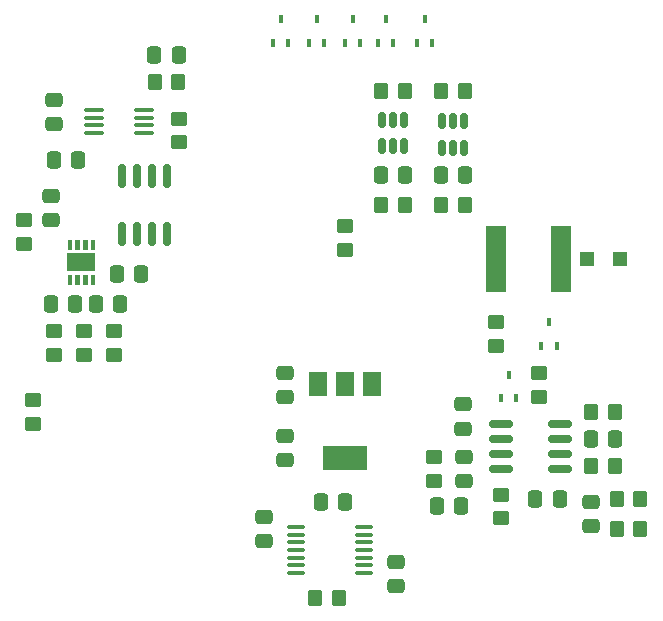
<source format=gtp>
G04 #@! TF.GenerationSoftware,KiCad,Pcbnew,(6.0.5)*
G04 #@! TF.CreationDate,2023-08-18T19:29:43-04:00*
G04 #@! TF.ProjectId,Ki_PCB,4b695f50-4342-42e6-9b69-6361645f7063,rev?*
G04 #@! TF.SameCoordinates,Original*
G04 #@! TF.FileFunction,Paste,Top*
G04 #@! TF.FilePolarity,Positive*
%FSLAX46Y46*%
G04 Gerber Fmt 4.6, Leading zero omitted, Abs format (unit mm)*
G04 Created by KiCad (PCBNEW (6.0.5)) date 2023-08-18 19:29:43*
%MOMM*%
%LPD*%
G01*
G04 APERTURE LIST*
G04 Aperture macros list*
%AMRoundRect*
0 Rectangle with rounded corners*
0 $1 Rounding radius*
0 $2 $3 $4 $5 $6 $7 $8 $9 X,Y pos of 4 corners*
0 Add a 4 corners polygon primitive as box body*
4,1,4,$2,$3,$4,$5,$6,$7,$8,$9,$2,$3,0*
0 Add four circle primitives for the rounded corners*
1,1,$1+$1,$2,$3*
1,1,$1+$1,$4,$5*
1,1,$1+$1,$6,$7*
1,1,$1+$1,$8,$9*
0 Add four rect primitives between the rounded corners*
20,1,$1+$1,$2,$3,$4,$5,0*
20,1,$1+$1,$4,$5,$6,$7,0*
20,1,$1+$1,$6,$7,$8,$9,0*
20,1,$1+$1,$8,$9,$2,$3,0*%
G04 Aperture macros list end*
%ADD10C,0.100000*%
%ADD11RoundRect,0.150000X-0.150000X0.825000X-0.150000X-0.825000X0.150000X-0.825000X0.150000X0.825000X0*%
%ADD12RoundRect,0.100000X0.712500X0.100000X-0.712500X0.100000X-0.712500X-0.100000X0.712500X-0.100000X0*%
%ADD13RoundRect,0.250000X0.337500X0.475000X-0.337500X0.475000X-0.337500X-0.475000X0.337500X-0.475000X0*%
%ADD14RoundRect,0.250000X-0.450000X0.350000X-0.450000X-0.350000X0.450000X-0.350000X0.450000X0.350000X0*%
%ADD15RoundRect,0.250000X0.450000X-0.350000X0.450000X0.350000X-0.450000X0.350000X-0.450000X-0.350000X0*%
%ADD16RoundRect,0.150000X-0.825000X-0.150000X0.825000X-0.150000X0.825000X0.150000X-0.825000X0.150000X0*%
%ADD17RoundRect,0.250000X0.475000X-0.337500X0.475000X0.337500X-0.475000X0.337500X-0.475000X-0.337500X0*%
%ADD18R,2.400000X1.650000*%
%ADD19RoundRect,0.250000X-0.350000X-0.450000X0.350000X-0.450000X0.350000X0.450000X-0.350000X0.450000X0*%
%ADD20RoundRect,0.250000X-0.475000X0.337500X-0.475000X-0.337500X0.475000X-0.337500X0.475000X0.337500X0*%
%ADD21R,0.450000X0.700000*%
%ADD22RoundRect,0.250000X-0.337500X-0.475000X0.337500X-0.475000X0.337500X0.475000X-0.337500X0.475000X0*%
%ADD23RoundRect,0.100000X-0.637500X-0.100000X0.637500X-0.100000X0.637500X0.100000X-0.637500X0.100000X0*%
%ADD24R,1.800000X5.700000*%
%ADD25RoundRect,0.250000X0.350000X0.450000X-0.350000X0.450000X-0.350000X-0.450000X0.350000X-0.450000X0*%
%ADD26R,1.200000X1.200000*%
%ADD27RoundRect,0.150000X-0.150000X0.512500X-0.150000X-0.512500X0.150000X-0.512500X0.150000X0.512500X0*%
%ADD28R,1.500000X2.000000*%
%ADD29R,3.800000X2.000000*%
G04 APERTURE END LIST*
G36*
X79535958Y-110669094D02*
G01*
X79235743Y-110669094D01*
X79235743Y-109868879D01*
X79535958Y-109868879D01*
X79535958Y-110669094D01*
G37*
D10*
X79535958Y-110669094D02*
X79235743Y-110669094D01*
X79235743Y-109868879D01*
X79535958Y-109868879D01*
X79535958Y-110669094D01*
G36*
X78235958Y-110669094D02*
G01*
X77935743Y-110669094D01*
X77935743Y-109868879D01*
X78235958Y-109868879D01*
X78235958Y-110669094D01*
G37*
X78235958Y-110669094D02*
X77935743Y-110669094D01*
X77935743Y-109868879D01*
X78235958Y-109868879D01*
X78235958Y-110669094D01*
G36*
X79535958Y-107719095D02*
G01*
X79235743Y-107719095D01*
X79235743Y-106918880D01*
X79535958Y-106918880D01*
X79535958Y-107719095D01*
G37*
X79535958Y-107719095D02*
X79235743Y-107719095D01*
X79235743Y-106918880D01*
X79535958Y-106918880D01*
X79535958Y-107719095D01*
G36*
X80185959Y-107719095D02*
G01*
X79885744Y-107719095D01*
X79885744Y-106918880D01*
X80185959Y-106918880D01*
X80185959Y-107719095D01*
G37*
X80185959Y-107719095D02*
X79885744Y-107719095D01*
X79885744Y-106918880D01*
X80185959Y-106918880D01*
X80185959Y-107719095D01*
G36*
X78885959Y-107719095D02*
G01*
X78585744Y-107719095D01*
X78585744Y-106918880D01*
X78885959Y-106918880D01*
X78885959Y-107719095D01*
G37*
X78885959Y-107719095D02*
X78585744Y-107719095D01*
X78585744Y-106918880D01*
X78885959Y-106918880D01*
X78885959Y-107719095D01*
G36*
X80185959Y-110669094D02*
G01*
X79885744Y-110669094D01*
X79885744Y-109868879D01*
X80185959Y-109868879D01*
X80185959Y-110669094D01*
G37*
X80185959Y-110669094D02*
X79885744Y-110669094D01*
X79885744Y-109868879D01*
X80185959Y-109868879D01*
X80185959Y-110669094D01*
G36*
X78235958Y-107719095D02*
G01*
X77935743Y-107719095D01*
X77935743Y-106918880D01*
X78235958Y-106918880D01*
X78235958Y-107719095D01*
G37*
X78235958Y-107719095D02*
X77935743Y-107719095D01*
X77935743Y-106918880D01*
X78235958Y-106918880D01*
X78235958Y-107719095D01*
G36*
X78885959Y-110669094D02*
G01*
X78585744Y-110669094D01*
X78585744Y-109868879D01*
X78885959Y-109868879D01*
X78885959Y-110669094D01*
G37*
X78885959Y-110669094D02*
X78585744Y-110669094D01*
X78585744Y-109868879D01*
X78885959Y-109868879D01*
X78885959Y-110669094D01*
D11*
X86299851Y-101492987D03*
X85029851Y-101492987D03*
X83759851Y-101492987D03*
X82489851Y-101492987D03*
X82489851Y-106442987D03*
X83759851Y-106442987D03*
X85029851Y-106442987D03*
X86299851Y-106442987D03*
D12*
X84354351Y-97872987D03*
X84354351Y-97222987D03*
X84354351Y-96572987D03*
X84354351Y-95922987D03*
X80129351Y-95922987D03*
X80129351Y-96572987D03*
X80129351Y-97222987D03*
X80129351Y-97872987D03*
D13*
X124278351Y-123778336D03*
X122203351Y-123778336D03*
X119595351Y-128858336D03*
X117520351Y-128858336D03*
D14*
X114186851Y-113879987D03*
X114186851Y-115879987D03*
D15*
X108905851Y-127318336D03*
X108905851Y-125318336D03*
D16*
X114620851Y-122508336D03*
X114620851Y-123778336D03*
X114620851Y-125048336D03*
X114620851Y-126318336D03*
X119570851Y-126318336D03*
X119570851Y-125048336D03*
X119570851Y-123778336D03*
X119570851Y-122508336D03*
D17*
X111445851Y-127355836D03*
X111445851Y-125280836D03*
D18*
X79060851Y-108793987D03*
D19*
X109540851Y-103967987D03*
X111540851Y-103967987D03*
D20*
X96332851Y-118170487D03*
X96332851Y-120245487D03*
D19*
X106476851Y-103967987D03*
X104476851Y-103967987D03*
D15*
X87321851Y-96659987D03*
X87321851Y-98659987D03*
X101412851Y-107761987D03*
X101412851Y-105761987D03*
D13*
X101434351Y-129113987D03*
X99359351Y-129113987D03*
D21*
X107493851Y-90235987D03*
X108793851Y-90235987D03*
X108143851Y-88235987D03*
D14*
X114620851Y-128493336D03*
X114620851Y-130493336D03*
D22*
X82087351Y-109809987D03*
X84162351Y-109809987D03*
D20*
X111380851Y-120835836D03*
X111380851Y-122910836D03*
D14*
X76774851Y-114651987D03*
X76774851Y-116651987D03*
D23*
X97280351Y-131227987D03*
X97280351Y-131877987D03*
X97280351Y-132527987D03*
X97280351Y-133177987D03*
X97280351Y-133827987D03*
X97280351Y-134477987D03*
X97280351Y-135127987D03*
X103005351Y-135127987D03*
X103005351Y-134477987D03*
X103005351Y-133827987D03*
X103005351Y-133177987D03*
X103005351Y-132527987D03*
X103005351Y-131877987D03*
X103005351Y-131227987D03*
D21*
X95301851Y-90235987D03*
X96601851Y-90235987D03*
X95951851Y-88235987D03*
D13*
X106514351Y-101427987D03*
X104439351Y-101427987D03*
D24*
X114200851Y-108538336D03*
X119700851Y-108538336D03*
D19*
X104476851Y-94315987D03*
X106476851Y-94315987D03*
D22*
X80309351Y-112349987D03*
X82384351Y-112349987D03*
D13*
X111264151Y-129493336D03*
X109189151Y-129493336D03*
D14*
X117795851Y-118206336D03*
X117795851Y-120206336D03*
D20*
X76774851Y-95056487D03*
X76774851Y-97131487D03*
D21*
X114605851Y-120333336D03*
X115905851Y-120333336D03*
X115255851Y-118333336D03*
D17*
X122240851Y-131165836D03*
X122240851Y-129090836D03*
X105730851Y-136247487D03*
X105730851Y-134172487D03*
D19*
X98872851Y-137241987D03*
X100872851Y-137241987D03*
D22*
X76499351Y-112349987D03*
X78574351Y-112349987D03*
D25*
X124240851Y-126064336D03*
X122240851Y-126064336D03*
D26*
X124700851Y-108538336D03*
X121900851Y-108538336D03*
D25*
X124240851Y-121492336D03*
X122240851Y-121492336D03*
X126415851Y-131398336D03*
X124415851Y-131398336D03*
D15*
X74996851Y-122493987D03*
X74996851Y-120493987D03*
D21*
X118034851Y-115888336D03*
X119334851Y-115888336D03*
X118684851Y-113888336D03*
D13*
X87343351Y-91309987D03*
X85268351Y-91309987D03*
D19*
X111556851Y-94315987D03*
X109556851Y-94315987D03*
D25*
X87305851Y-93595987D03*
X85305851Y-93595987D03*
D13*
X78828351Y-100157987D03*
X76753351Y-100157987D03*
D14*
X74234851Y-107253987D03*
X74234851Y-105253987D03*
D21*
X101397851Y-90235987D03*
X102697851Y-90235987D03*
X102047851Y-88235987D03*
X104191851Y-90235987D03*
X105491851Y-90235987D03*
X104841851Y-88235987D03*
X98349851Y-90235987D03*
X99649851Y-90235987D03*
X98999851Y-88235987D03*
D17*
X94554851Y-132437487D03*
X94554851Y-130362487D03*
D14*
X81854851Y-114651987D03*
X81854851Y-116651987D03*
D17*
X76520851Y-105259487D03*
X76520851Y-103184487D03*
D27*
X111506851Y-99130987D03*
X110556851Y-99130987D03*
X109606851Y-99130987D03*
X109606851Y-96855987D03*
X110556851Y-96855987D03*
X111506851Y-96855987D03*
D13*
X109519351Y-101427987D03*
X111594351Y-101427987D03*
D14*
X79314851Y-116651987D03*
X79314851Y-114651987D03*
D28*
X103712851Y-119105987D03*
X101412851Y-119105987D03*
D29*
X101412851Y-125405987D03*
D28*
X99112851Y-119105987D03*
D17*
X96332851Y-125579487D03*
X96332851Y-123504487D03*
D27*
X106426851Y-96734487D03*
X105476851Y-96734487D03*
X104526851Y-96734487D03*
X104526851Y-99009487D03*
X105476851Y-99009487D03*
X106426851Y-99009487D03*
D25*
X126415851Y-128858336D03*
X124415851Y-128858336D03*
M02*

</source>
